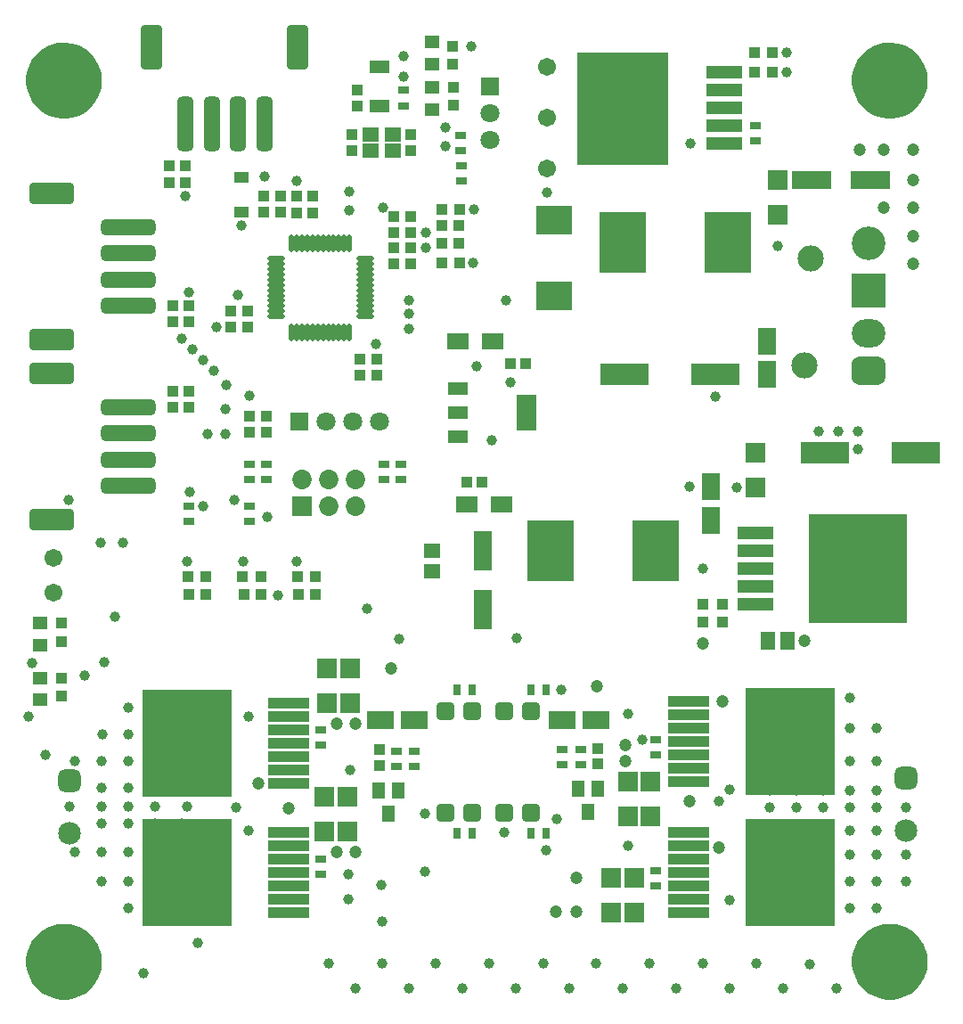
<source format=gts>
G04*
G04 #@! TF.GenerationSoftware,Altium Limited,Altium Designer,21.3.2 (30)*
G04*
G04 Layer_Color=8388736*
%FSTAX25Y25*%
%MOIN*%
G70*
G04*
G04 #@! TF.SameCoordinates,3AB95325-1BB8-4468-B31D-F8521517AB43*
G04*
G04*
G04 #@! TF.FilePolarity,Negative*
G04*
G01*
G75*
%ADD60R,0.15800X0.03950*%
%ADD61R,0.33438X0.40446*%
%ADD62R,0.18123X0.08280*%
%ADD63R,0.36627X0.40564*%
%ADD64R,0.13595X0.05131*%
%ADD65R,0.07099X0.14580*%
%ADD66R,0.17335X0.22847*%
%ADD67R,0.07296X0.13792*%
%ADD68R,0.07296X0.04540*%
%ADD69R,0.03950X0.03950*%
%ADD70R,0.07950X0.06150*%
%ADD71R,0.06312X0.05524*%
%ADD72R,0.04343X0.02965*%
G04:AMPARAMS|DCode=73|XSize=59.18mil|YSize=204.85mil|CornerRadius=16.8mil|HoleSize=0mil|Usage=FLASHONLY|Rotation=90.000|XOffset=0mil|YOffset=0mil|HoleType=Round|Shape=RoundedRectangle|*
%AMROUNDEDRECTD73*
21,1,0.05918,0.17126,0,0,90.0*
21,1,0.02559,0.20485,0,0,90.0*
1,1,0.03359,0.08563,0.01280*
1,1,0.03359,0.08563,-0.01280*
1,1,0.03359,-0.08563,-0.01280*
1,1,0.03359,-0.08563,0.01280*
%
%ADD73ROUNDEDRECTD73*%
G04:AMPARAMS|DCode=74|XSize=78.87mil|YSize=165.48mil|CornerRadius=12.86mil|HoleSize=0mil|Usage=FLASHONLY|Rotation=90.000|XOffset=0mil|YOffset=0mil|HoleType=Round|Shape=RoundedRectangle|*
%AMROUNDEDRECTD74*
21,1,0.07887,0.13976,0,0,90.0*
21,1,0.05315,0.16548,0,0,90.0*
1,1,0.02572,0.06988,0.02657*
1,1,0.02572,0.06988,-0.02657*
1,1,0.02572,-0.06988,-0.02657*
1,1,0.02572,-0.06988,0.02657*
%
%ADD74ROUNDEDRECTD74*%
%ADD75R,0.03950X0.03950*%
%ADD76R,0.07493X0.07493*%
%ADD77R,0.04737X0.06312*%
%ADD78R,0.02965X0.04343*%
G04:AMPARAMS|DCode=79|XSize=63.51mil|YSize=65.87mil|CornerRadius=10.94mil|HoleSize=0mil|Usage=FLASHONLY|Rotation=270.000|XOffset=0mil|YOffset=0mil|HoleType=Round|Shape=RoundedRectangle|*
%AMROUNDEDRECTD79*
21,1,0.06351,0.04400,0,0,270.0*
21,1,0.04163,0.06587,0,0,270.0*
1,1,0.02188,-0.02200,-0.02082*
1,1,0.02188,-0.02200,0.02082*
1,1,0.02188,0.02200,0.02082*
1,1,0.02188,0.02200,-0.02082*
%
%ADD79ROUNDEDRECTD79*%
%ADD80R,0.10052X0.06902*%
%ADD81R,0.03950X0.04147*%
%ADD82O,0.01981X0.06509*%
%ADD83O,0.06509X0.01981*%
%ADD84R,0.05300X0.04383*%
G04:AMPARAMS|DCode=85|XSize=78.87mil|YSize=165.48mil|CornerRadius=12.86mil|HoleSize=0mil|Usage=FLASHONLY|Rotation=0.000|XOffset=0mil|YOffset=0mil|HoleType=Round|Shape=RoundedRectangle|*
%AMROUNDEDRECTD85*
21,1,0.07887,0.13976,0,0,0.0*
21,1,0.05315,0.16548,0,0,0.0*
1,1,0.02572,0.02657,-0.06988*
1,1,0.02572,-0.02657,-0.06988*
1,1,0.02572,-0.02657,0.06988*
1,1,0.02572,0.02657,0.06988*
%
%ADD85ROUNDEDRECTD85*%
G04:AMPARAMS|DCode=86|XSize=59.18mil|YSize=204.85mil|CornerRadius=16.8mil|HoleSize=0mil|Usage=FLASHONLY|Rotation=0.000|XOffset=0mil|YOffset=0mil|HoleType=Round|Shape=RoundedRectangle|*
%AMROUNDEDRECTD86*
21,1,0.05918,0.17126,0,0,0.0*
21,1,0.02559,0.20485,0,0,0.0*
1,1,0.03359,0.01280,-0.08563*
1,1,0.03359,-0.01280,-0.08563*
1,1,0.03359,-0.01280,0.08563*
1,1,0.03359,0.01280,0.08563*
%
%ADD86ROUNDEDRECTD86*%
%ADD87R,0.04147X0.03950*%
%ADD88R,0.05524X0.05131*%
%ADD89R,0.07493X0.04737*%
G04:AMPARAMS|DCode=90|XSize=63.12mil|YSize=55.24mil|CornerRadius=7.54mil|HoleSize=0mil|Usage=FLASHONLY|Rotation=0.000|XOffset=0mil|YOffset=0mil|HoleType=Round|Shape=RoundedRectangle|*
%AMROUNDEDRECTD90*
21,1,0.06312,0.04016,0,0,0.0*
21,1,0.04803,0.05524,0,0,0.0*
1,1,0.01509,0.02402,-0.02008*
1,1,0.01509,-0.02402,-0.02008*
1,1,0.01509,-0.02402,0.02008*
1,1,0.01509,0.02402,0.02008*
%
%ADD90ROUNDEDRECTD90*%
%ADD91C,0.06706*%
%ADD92R,0.06902X0.10052*%
%ADD93R,0.13438X0.04934*%
%ADD94R,0.34107X0.42257*%
%ADD95R,0.05524X0.06706*%
%ADD96R,0.13202X0.10642*%
%ADD97R,0.14580X0.07099*%
G04:AMPARAMS|DCode=98|XSize=106.42mil|YSize=126.11mil|CornerRadius=28.61mil|HoleSize=0mil|Usage=FLASHONLY|Rotation=90.000|XOffset=0mil|YOffset=0mil|HoleType=Round|Shape=RoundedRectangle|*
%AMROUNDEDRECTD98*
21,1,0.10642,0.06890,0,0,90.0*
21,1,0.04921,0.12611,0,0,90.0*
1,1,0.05721,0.03445,0.02461*
1,1,0.05721,0.03445,-0.02461*
1,1,0.05721,-0.03445,-0.02461*
1,1,0.05721,-0.03445,0.02461*
%
%ADD98ROUNDEDRECTD98*%
%ADD99O,0.12611X0.10642*%
%ADD100C,0.07296*%
%ADD101R,0.07296X0.07296*%
G04:AMPARAMS|DCode=102|XSize=84.77mil|YSize=84.77mil|CornerRadius=23.19mil|HoleSize=0mil|Usage=FLASHONLY|Rotation=270.000|XOffset=0mil|YOffset=0mil|HoleType=Round|Shape=RoundedRectangle|*
%AMROUNDEDRECTD102*
21,1,0.08477,0.03839,0,0,270.0*
21,1,0.03839,0.08477,0,0,270.0*
1,1,0.04639,-0.01919,-0.01919*
1,1,0.04639,-0.01919,0.01919*
1,1,0.04639,0.01919,0.01919*
1,1,0.04639,0.01919,-0.01919*
%
%ADD102ROUNDEDRECTD102*%
%ADD103C,0.08477*%
%ADD104R,0.07099X0.07099*%
%ADD105C,0.07099*%
%ADD106R,0.07099X0.07099*%
%ADD107R,0.12611X0.12611*%
%ADD108C,0.12611*%
%ADD109C,0.09800*%
%ADD110C,0.16548*%
%ADD111C,0.03950*%
%ADD112C,0.04737*%
%ADD113C,0.03398*%
G36*
X0515173Y0434934D02*
X0515174Y0434009D01*
X0514932Y0432176D01*
X0514454Y0430389D01*
X0513746Y0428681D01*
X0512821Y0427079D01*
X0511696Y0425612D01*
X0510388Y0424305D01*
X0508921Y0423179D01*
X0507319Y0422254D01*
X0505611Y0421547D01*
X0503825Y0421068D01*
X0501991Y0420827D01*
X0501067D01*
X0500134Y0420827D01*
X0498283Y042107D01*
X049648Y0421553D01*
X0494756Y0422267D01*
X0493139Y04232D01*
X0491658Y0424336D01*
X0490338Y0425655D01*
X0489202Y0427136D01*
X0488269Y0428752D01*
X0487554Y0430476D01*
X0487071Y0432279D01*
X0486827Y0434129D01*
X0486827Y0435063D01*
X0486827Y043599D01*
X048707Y043783D01*
X0487551Y0439621D01*
X0488263Y0441334D01*
X0489193Y044294D01*
X0490325Y0444409D01*
X0491641Y0445718D01*
X0493116Y0446844D01*
X0494725Y0447766D01*
X0496442Y044847D01*
X0498236Y0448943D01*
X0500076Y0449177D01*
X0501004Y0449173D01*
X0501934Y0449168D01*
X0503778Y0448917D01*
X0505573Y0448428D01*
X050729Y044771D01*
X0508898Y0446774D01*
X0510371Y0445637D01*
X0511684Y0444318D01*
X0512813Y044284D01*
X0513741Y0441227D01*
X0514451Y0439507D01*
X0514931Y0437709D01*
X0515173Y0435864D01*
X0515173Y0434934D01*
D01*
D02*
G37*
G36*
X0824174D02*
X0824174Y0434009D01*
X0823932Y0432176D01*
X0823454Y0430389D01*
X0822746Y0428681D01*
X0821821Y0427079D01*
X0820696Y0425612D01*
X0819388Y0424305D01*
X0817921Y0423179D01*
X0816319Y0422254D01*
X0814611Y0421547D01*
X0812825Y0421068D01*
X0810991Y0420827D01*
X0810067D01*
X0809134Y0420827D01*
X0807283Y042107D01*
X080548Y0421553D01*
X0803756Y0422267D01*
X0802139Y04232D01*
X0800658Y0424336D01*
X0799338Y0425655D01*
X0798202Y0427136D01*
X0797268Y0428752D01*
X0796554Y0430476D01*
X0796071Y0432279D01*
X0795827Y0434129D01*
X0795827Y0435063D01*
X0795827Y043599D01*
X0796069Y043783D01*
X0796551Y0439621D01*
X0797263Y0441334D01*
X0798193Y044294D01*
X0799326Y0444409D01*
X080064Y0445718D01*
X0802116Y0446844D01*
X0803725Y0447766D01*
X0805442Y044847D01*
X0807236Y0448943D01*
X0809076Y0449177D01*
X0810004Y0449173D01*
X0810934Y0449168D01*
X0812778Y0448917D01*
X0814573Y0448428D01*
X081629Y044771D01*
X0817898Y0446774D01*
X0819371Y0445637D01*
X0820684Y0444318D01*
X0821813Y044284D01*
X0822741Y0441227D01*
X0823451Y0439507D01*
X0823931Y0437709D01*
X0824174Y0435864D01*
X0824174Y0434934D01*
D01*
D02*
G37*
G36*
X0515173Y0764534D02*
X0515174Y0763609D01*
X0514932Y0761776D01*
X0514454Y0759989D01*
X0513746Y0758281D01*
X0512821Y0756679D01*
X0511696Y0755212D01*
X0510388Y0753905D01*
X0508921Y0752779D01*
X0507319Y0751854D01*
X0505611Y0751147D01*
X0503825Y0750668D01*
X0501991Y0750427D01*
X0501067D01*
X0500134Y0750427D01*
X0498283Y075067D01*
X049648Y0751153D01*
X0494756Y0751867D01*
X0493139Y07528D01*
X0491658Y0753936D01*
X0490338Y0755255D01*
X0489202Y0756736D01*
X0488269Y0758352D01*
X0487554Y0760076D01*
X0487071Y0761879D01*
X0486827Y0763729D01*
X0486827Y0764663D01*
X0486827Y076559D01*
X048707Y076743D01*
X0487551Y0769221D01*
X0488263Y0770934D01*
X0489193Y077254D01*
X0490325Y0774009D01*
X0491641Y0775318D01*
X0493116Y0776444D01*
X0494725Y0777366D01*
X0496442Y077807D01*
X0498236Y0778543D01*
X0500076Y0778777D01*
X0501004Y0778773D01*
X0501934Y0778768D01*
X0503778Y0778517D01*
X0505573Y0778028D01*
X050729Y077731D01*
X0508898Y0776374D01*
X0510371Y0775237D01*
X0511684Y0773918D01*
X0512813Y077244D01*
X0513741Y0770827D01*
X0514451Y0769107D01*
X0514931Y0767309D01*
X0515173Y0765464D01*
X0515173Y0764534D01*
D01*
D02*
G37*
G36*
X0824174D02*
X0824174Y0763609D01*
X0823932Y0761776D01*
X0823454Y0759989D01*
X0822746Y0758281D01*
X0821821Y0756679D01*
X0820696Y0755212D01*
X0819388Y0753905D01*
X0817921Y0752779D01*
X0816319Y0751854D01*
X0814611Y0751147D01*
X0812825Y0750668D01*
X0810991Y0750427D01*
X0810067D01*
X0809134Y0750427D01*
X0807283Y075067D01*
X080548Y0751153D01*
X0803756Y0751867D01*
X0802139Y07528D01*
X0800658Y0753936D01*
X0799338Y0755255D01*
X0798202Y0756736D01*
X0797268Y0758352D01*
X0796554Y0760076D01*
X0796071Y0761879D01*
X0795827Y0763729D01*
X0795827Y0764663D01*
X0795827Y076559D01*
X0796069Y076743D01*
X0796551Y0769221D01*
X0797263Y0770934D01*
X0798193Y077254D01*
X0799326Y0774009D01*
X080064Y0775318D01*
X0802116Y0776444D01*
X0803725Y0777366D01*
X0805442Y077807D01*
X0807236Y0778543D01*
X0809076Y0778777D01*
X0810004Y0778773D01*
X0810934Y0778768D01*
X0812778Y0778517D01*
X0814573Y0778028D01*
X081629Y077731D01*
X0817898Y0776374D01*
X0819371Y0775237D01*
X0820684Y0773918D01*
X0821813Y077244D01*
X0822741Y0770827D01*
X0823451Y0769107D01*
X0823931Y0767309D01*
X0824174Y0765464D01*
X0824174Y0764534D01*
D01*
D02*
G37*
D60*
X0585002Y0468423D02*
D03*
Y0463423D02*
D03*
Y0458423D02*
D03*
Y0453423D02*
D03*
Y0473423D02*
D03*
Y0478423D02*
D03*
Y0483423D02*
D03*
X0734727Y0468423D02*
D03*
Y0473423D02*
D03*
Y0478423D02*
D03*
Y0483423D02*
D03*
Y0463423D02*
D03*
Y0458423D02*
D03*
Y0453423D02*
D03*
Y0517369D02*
D03*
Y0522368D02*
D03*
Y0527368D02*
D03*
Y0532369D02*
D03*
Y0512368D02*
D03*
Y0507369D02*
D03*
Y0502368D02*
D03*
X0585073Y0516632D02*
D03*
Y0511631D02*
D03*
Y0506632D02*
D03*
Y0501631D02*
D03*
Y0521631D02*
D03*
Y0526631D02*
D03*
Y0531632D02*
D03*
D61*
X054697Y0468423D02*
D03*
X0772758D02*
D03*
Y0517369D02*
D03*
X0547042Y0516632D02*
D03*
D62*
X0744826Y06546D02*
D03*
X0710574D02*
D03*
X0819851Y06255D02*
D03*
X0785599D02*
D03*
D63*
X0797886Y0581976D02*
D03*
D64*
X0759697Y056859D02*
D03*
Y0575283D02*
D03*
Y0581976D02*
D03*
Y0588669D02*
D03*
Y0595362D02*
D03*
D65*
X0657799Y0566622D02*
D03*
Y0588669D02*
D03*
D66*
X068313D02*
D03*
X07225D02*
D03*
X0749457Y0704D02*
D03*
X0710087D02*
D03*
D67*
X0674148Y064045D02*
D03*
D68*
X064836Y0631395D02*
D03*
Y064045D02*
D03*
Y0649505D02*
D03*
D69*
X0667929Y0658543D02*
D03*
X0673835D02*
D03*
X0588749Y0572256D02*
D03*
X0595048D02*
D03*
X0574565D02*
D03*
X0568266D02*
D03*
X055415D02*
D03*
X0547851D02*
D03*
X0588063Y0715053D02*
D03*
X0593968D02*
D03*
X0588063Y0721369D02*
D03*
X0593968D02*
D03*
X0540467Y0726483D02*
D03*
X0546372D02*
D03*
X0540467Y07328D02*
D03*
X0546372D02*
D03*
X0648787Y071024D02*
D03*
X0642488D02*
D03*
X0648787Y07036D02*
D03*
X0642488D02*
D03*
X0657502Y0614321D02*
D03*
X0651596D02*
D03*
D70*
X0661274Y0667D02*
D03*
X0648374D02*
D03*
X0651649Y0606183D02*
D03*
X0664549D02*
D03*
D71*
X0638773Y0588669D02*
D03*
Y0581189D02*
D03*
D72*
X0597106Y0467714D02*
D03*
Y0473423D02*
D03*
X0620634Y0621109D02*
D03*
Y06154D02*
D03*
X0576826Y0621109D02*
D03*
Y06154D02*
D03*
X057051D02*
D03*
Y0621109D02*
D03*
Y06054D02*
D03*
Y0599691D02*
D03*
X06271Y0621054D02*
D03*
Y0615346D02*
D03*
X0694209Y0508592D02*
D03*
Y05143D02*
D03*
X068751Y0508592D02*
D03*
Y05143D02*
D03*
X0631999Y0508115D02*
D03*
Y0513824D02*
D03*
X0625379Y0508115D02*
D03*
Y0513824D02*
D03*
X0597106Y0521631D02*
D03*
Y0515923D02*
D03*
X0547854Y06054D02*
D03*
Y0599691D02*
D03*
X06496Y0726946D02*
D03*
Y0732654D02*
D03*
X06494Y0744154D02*
D03*
Y0738446D02*
D03*
X0628009Y0755195D02*
D03*
Y0760903D02*
D03*
X075961Y0747705D02*
D03*
Y0741996D02*
D03*
X0722387Y0518077D02*
D03*
Y0512368D02*
D03*
Y0463423D02*
D03*
Y0469132D02*
D03*
D73*
X0525Y0612874D02*
D03*
Y0622717D02*
D03*
Y0632559D02*
D03*
Y0642402D02*
D03*
Y0680236D02*
D03*
Y0690079D02*
D03*
Y0699921D02*
D03*
Y0709764D02*
D03*
D74*
X0496457Y0600276D02*
D03*
Y0655D02*
D03*
Y0667638D02*
D03*
Y0722362D02*
D03*
D75*
X06179Y065438D02*
D03*
Y0660285D02*
D03*
X06117Y065438D02*
D03*
Y0660285D02*
D03*
X0700707Y0508886D02*
D03*
Y0514791D02*
D03*
X0618894Y0514344D02*
D03*
Y0508438D02*
D03*
X0547854Y0648307D02*
D03*
Y0642402D02*
D03*
X0541846Y0648307D02*
D03*
Y0642402D02*
D03*
X05698Y0678276D02*
D03*
Y067237D02*
D03*
X0563394Y0678276D02*
D03*
Y067237D02*
D03*
X0541846Y0674331D02*
D03*
Y0680236D02*
D03*
X0547854D02*
D03*
Y0674331D02*
D03*
X05758Y0715426D02*
D03*
Y0721332D02*
D03*
X0582039Y0715418D02*
D03*
Y0721324D02*
D03*
X0610677Y0755195D02*
D03*
Y07611D02*
D03*
X06087Y0744406D02*
D03*
Y07385D02*
D03*
X06308Y0744406D02*
D03*
Y07385D02*
D03*
X06306Y0707747D02*
D03*
Y0713653D02*
D03*
X06244D02*
D03*
Y0707747D02*
D03*
Y0701898D02*
D03*
Y0695992D02*
D03*
X06306D02*
D03*
Y0701898D02*
D03*
X057051Y0633095D02*
D03*
Y0639D02*
D03*
X0576826D02*
D03*
Y0633095D02*
D03*
D76*
X07205Y0489376D02*
D03*
Y0502368D02*
D03*
X0712Y0489376D02*
D03*
Y0502368D02*
D03*
X0714266Y0466415D02*
D03*
Y0453423D02*
D03*
X07056Y0466415D02*
D03*
Y0453423D02*
D03*
X05985Y0496557D02*
D03*
Y0483565D02*
D03*
X06071D02*
D03*
Y0496557D02*
D03*
X05995Y0531632D02*
D03*
Y0544624D02*
D03*
X06081D02*
D03*
Y0531632D02*
D03*
X0759699Y0625496D02*
D03*
Y0612504D02*
D03*
X07681Y0714303D02*
D03*
Y0727295D02*
D03*
D77*
X0700707Y0499771D02*
D03*
X0693227D02*
D03*
X0696967Y049111D02*
D03*
X0622402Y0490401D02*
D03*
X0618662Y0499062D02*
D03*
X0626143D02*
D03*
D78*
X0675621Y0482961D02*
D03*
X0681329D02*
D03*
X0647996Y0482905D02*
D03*
X0653704D02*
D03*
X0681329Y05366D02*
D03*
X0675621D02*
D03*
X0647946Y0536656D02*
D03*
X0653654D02*
D03*
D79*
X0675621Y049064D02*
D03*
X0665621D02*
D03*
Y0528829D02*
D03*
X0675621D02*
D03*
X0653704Y0490636D02*
D03*
X0643704D02*
D03*
Y0528825D02*
D03*
X0653704D02*
D03*
D80*
X0631999Y05254D02*
D03*
X0619401D02*
D03*
X068751Y0525529D02*
D03*
X0700108D02*
D03*
D81*
X0588355Y0578956D02*
D03*
X0595048D02*
D03*
X0567872D02*
D03*
X0574565D02*
D03*
X055415D02*
D03*
X0547458D02*
D03*
X0649181Y0716539D02*
D03*
X0642488D02*
D03*
Y06965D02*
D03*
X0649181D02*
D03*
X0759419Y0767784D02*
D03*
X0766112D02*
D03*
X0759419Y0775D02*
D03*
X0766112D02*
D03*
D82*
X0607748Y0703768D02*
D03*
X060578D02*
D03*
X0603811D02*
D03*
X0601842D02*
D03*
X0599874D02*
D03*
X0597905D02*
D03*
X0595937D02*
D03*
X0593968D02*
D03*
X0592D02*
D03*
X0590031D02*
D03*
X0588063D02*
D03*
X0586095D02*
D03*
Y06705D02*
D03*
X0588063D02*
D03*
X0590031D02*
D03*
X0592D02*
D03*
X0593968D02*
D03*
X0595937D02*
D03*
X0597905D02*
D03*
X0599874D02*
D03*
X0601842D02*
D03*
X0603811D02*
D03*
X060578D02*
D03*
X0607748D02*
D03*
D83*
X0580287Y0697961D02*
D03*
Y0695992D02*
D03*
Y0694024D02*
D03*
Y0692055D02*
D03*
Y0690087D02*
D03*
Y0688118D02*
D03*
Y068615D02*
D03*
Y0684181D02*
D03*
Y0682213D02*
D03*
Y0680244D02*
D03*
Y0678276D02*
D03*
Y0676307D02*
D03*
X0613555D02*
D03*
Y0678276D02*
D03*
Y0680244D02*
D03*
Y0682213D02*
D03*
Y0684181D02*
D03*
Y068615D02*
D03*
Y0688118D02*
D03*
Y0690087D02*
D03*
Y0692055D02*
D03*
Y0694024D02*
D03*
Y0695992D02*
D03*
Y0697961D02*
D03*
D84*
X0567296Y0715426D02*
D03*
Y0728339D02*
D03*
D85*
X0588498Y0776879D02*
D03*
X0533774D02*
D03*
D86*
X05759Y0748336D02*
D03*
X0566057D02*
D03*
X0556215D02*
D03*
X0546372D02*
D03*
D87*
X0646381Y0777426D02*
D03*
Y0770733D02*
D03*
X0499994Y0541153D02*
D03*
Y053446D02*
D03*
X0500094Y0561554D02*
D03*
Y0554861D02*
D03*
X06467Y0755307D02*
D03*
Y0762D02*
D03*
X0740037Y056859D02*
D03*
Y0561897D02*
D03*
X0747443Y056859D02*
D03*
Y0561897D02*
D03*
D88*
X0638634Y0770733D02*
D03*
Y0779001D02*
D03*
X0492094Y0532886D02*
D03*
Y0541153D02*
D03*
X0492194Y0553287D02*
D03*
Y0561554D02*
D03*
X0638634Y0762D02*
D03*
Y0753732D02*
D03*
D89*
X0619206Y0755195D02*
D03*
Y0769761D02*
D03*
D90*
X0615632Y0744406D02*
D03*
X06239D02*
D03*
Y07385D02*
D03*
X0615632D02*
D03*
D91*
X0497072Y0573055D02*
D03*
Y0586055D02*
D03*
X06817Y0731575D02*
D03*
Y0750575D02*
D03*
X06816Y0769576D02*
D03*
D92*
X074305Y0600201D02*
D03*
Y0612799D02*
D03*
X07639Y0667198D02*
D03*
Y06546D02*
D03*
D93*
X0748Y0741012D02*
D03*
Y0747705D02*
D03*
Y0754398D02*
D03*
Y0761091D02*
D03*
Y0767784D02*
D03*
D94*
X0710087Y0754098D02*
D03*
D95*
X0764457Y0555D02*
D03*
X0771543D02*
D03*
D96*
X06844Y0683941D02*
D03*
Y0712288D02*
D03*
D97*
X0780779Y0727295D02*
D03*
X0802826D02*
D03*
D98*
X0802Y065611D02*
D03*
D99*
Y066989D02*
D03*
D100*
X06102Y06154D02*
D03*
X06002D02*
D03*
X06102Y06054D02*
D03*
X06002D02*
D03*
X05902Y06154D02*
D03*
D101*
Y06054D02*
D03*
D102*
X0816Y0503842D02*
D03*
X0503Y0502843D02*
D03*
D103*
X0816Y0484158D02*
D03*
X0503Y0483157D02*
D03*
D104*
X0660474Y07624D02*
D03*
D105*
Y07524D02*
D03*
Y07424D02*
D03*
X0599Y0637D02*
D03*
X0609D02*
D03*
X0619D02*
D03*
D106*
X0589D02*
D03*
D107*
X0802Y0686D02*
D03*
D108*
Y0703717D02*
D03*
D109*
X07781Y065811D02*
D03*
X0780218Y0698071D02*
D03*
D110*
X081Y0435D02*
D03*
X0501D02*
D03*
X081Y07646D02*
D03*
X0501D02*
D03*
D111*
X05469Y04929D02*
D03*
X0535Y0486818D02*
D03*
Y0455D02*
D03*
Y0476D02*
D03*
X0545Y0465D02*
D03*
X06362Y04688D02*
D03*
X0545Y0486818D02*
D03*
Y0454911D02*
D03*
X06196Y04637D02*
D03*
X0545Y0476D02*
D03*
X06075Y04585D02*
D03*
X0535Y0465D02*
D03*
X0569891Y0484002D02*
D03*
X06263Y0555608D02*
D03*
X07446Y06465D02*
D03*
X0740037Y0581879D02*
D03*
X0670499Y05562D02*
D03*
X06665Y0682313D02*
D03*
X06612Y06302D02*
D03*
X066788Y06516D02*
D03*
X06555Y0657663D02*
D03*
X06145Y0567D02*
D03*
X0752699Y0612504D02*
D03*
X079Y0425D02*
D03*
X077D02*
D03*
X0750119D02*
D03*
X073D02*
D03*
X071D02*
D03*
X069D02*
D03*
X067D02*
D03*
X065D02*
D03*
X063D02*
D03*
X061D02*
D03*
X078Y0433968D02*
D03*
X076Y0434227D02*
D03*
X074D02*
D03*
X072D02*
D03*
X07D02*
D03*
X068048D02*
D03*
X066D02*
D03*
X064D02*
D03*
X062D02*
D03*
Y045D02*
D03*
X06Y0434227D02*
D03*
X0493932Y0512306D02*
D03*
X0516Y0547D02*
D03*
X052Y0563916D02*
D03*
X0530743Y0430817D02*
D03*
X05087Y05421D02*
D03*
X0515Y0476D02*
D03*
X0505D02*
D03*
X04876Y05266D02*
D03*
X055098Y0442168D02*
D03*
X0535Y0492994D02*
D03*
X0525Y0486818D02*
D03*
X056524Y0492763D02*
D03*
X0505Y051D02*
D03*
X0503Y0492994D02*
D03*
X0515D02*
D03*
X0525D02*
D03*
X0816Y04928D02*
D03*
X0805D02*
D03*
X0795D02*
D03*
X0785D02*
D03*
X0775D02*
D03*
X0765D02*
D03*
X0746Y0495D02*
D03*
X0795Y0533564D02*
D03*
X0805Y051D02*
D03*
Y0522329D02*
D03*
X0795D02*
D03*
Y051D02*
D03*
X0785Y0533564D02*
D03*
Y0522329D02*
D03*
Y051D02*
D03*
X0775D02*
D03*
Y0522329D02*
D03*
Y0533564D02*
D03*
X0765D02*
D03*
Y0522329D02*
D03*
Y051D02*
D03*
Y0499158D02*
D03*
X0775D02*
D03*
X0785D02*
D03*
X0795D02*
D03*
X0805D02*
D03*
Y0455D02*
D03*
X0795D02*
D03*
X0785D02*
D03*
X0775D02*
D03*
X0765D02*
D03*
X0816Y0465D02*
D03*
X0805D02*
D03*
X0795D02*
D03*
X0785D02*
D03*
X0775D02*
D03*
X0765D02*
D03*
X0816Y0475D02*
D03*
X0805D02*
D03*
X0795D02*
D03*
X0785D02*
D03*
X0775D02*
D03*
X0765D02*
D03*
Y0484158D02*
D03*
X0775D02*
D03*
X0785D02*
D03*
X0795D02*
D03*
X0805D02*
D03*
X075Y04582D02*
D03*
X07174Y05179D02*
D03*
X0525Y053D02*
D03*
X0535D02*
D03*
Y052D02*
D03*
X0525D02*
D03*
X05154D02*
D03*
X0515Y051D02*
D03*
X0535D02*
D03*
X0525D02*
D03*
X0515Y0500147D02*
D03*
X0525Y05D02*
D03*
X0535D02*
D03*
X0525Y0455D02*
D03*
Y0465D02*
D03*
X0515D02*
D03*
X0525Y0476D02*
D03*
X0515Y0486818D02*
D03*
X06364Y0701898D02*
D03*
X0643634Y0747D02*
D03*
Y0739983D02*
D03*
X05759Y0728839D02*
D03*
X0570156Y0526631D02*
D03*
X06075Y0467714D02*
D03*
X06081Y0506768D02*
D03*
X06853Y04884D02*
D03*
X06657Y04835D02*
D03*
X06813Y04767D02*
D03*
X0636Y04904D02*
D03*
X07119Y04784D02*
D03*
X0687Y0536662D02*
D03*
X07119Y05276D02*
D03*
X07501Y04994D02*
D03*
X0581Y0572D02*
D03*
X06077Y0723D02*
D03*
X06204Y07169D02*
D03*
X05581Y06725D02*
D03*
X06545Y07165D02*
D03*
X06539Y06965D02*
D03*
X04891Y05468D02*
D03*
X063Y06716D02*
D03*
Y0682213D02*
D03*
Y0677307D02*
D03*
X06077Y07161D02*
D03*
X05674Y07104D02*
D03*
X05662Y06844D02*
D03*
X05615Y064165D02*
D03*
Y06325D02*
D03*
X05618Y06508D02*
D03*
X0628009Y07736D02*
D03*
X06533Y07773D02*
D03*
X06818Y07227D02*
D03*
X0523Y05918D02*
D03*
X0514782D02*
D03*
X05027Y06076D02*
D03*
X07713Y0775005D02*
D03*
X05882Y05846D02*
D03*
X05682D02*
D03*
X05472D02*
D03*
X0548Y06107D02*
D03*
X0545Y0668D02*
D03*
X0549Y0664D02*
D03*
X0553Y066D02*
D03*
X0557Y0656D02*
D03*
X057051Y064679D02*
D03*
X0628009Y0766D02*
D03*
X05546Y06324D02*
D03*
X05647Y0607562D02*
D03*
X05771Y06013D02*
D03*
X05531Y06054D02*
D03*
X06178Y0666D02*
D03*
X0588Y07271D02*
D03*
X0547854Y06854D02*
D03*
X0546372Y07213D02*
D03*
X06364Y0707747D02*
D03*
X073488Y0612799D02*
D03*
X07713Y0767784D02*
D03*
X0768Y07026D02*
D03*
X07355Y0741D02*
D03*
X0790599Y06335D02*
D03*
X0783328D02*
D03*
X0797999Y06268D02*
D03*
Y06335D02*
D03*
D112*
X0700254Y0537991D02*
D03*
X06234Y05448D02*
D03*
X0778029Y0555D02*
D03*
X06928Y04536D02*
D03*
X0735Y0495D02*
D03*
X0746Y0477623D02*
D03*
X081876Y0695882D02*
D03*
Y0706418D02*
D03*
Y07169D02*
D03*
Y0727295D02*
D03*
Y07386D02*
D03*
X0740037Y0554D02*
D03*
X05852Y04923D02*
D03*
X0573732Y0501631D02*
D03*
X0685Y0453689D02*
D03*
X06928Y0466415D02*
D03*
X0603Y0524D02*
D03*
X061D02*
D03*
X0603Y0476D02*
D03*
X061D02*
D03*
X07109Y05162D02*
D03*
X0711016Y05101D02*
D03*
X07475Y05325D02*
D03*
X0807826Y07169D02*
D03*
X0798574Y07386D02*
D03*
X0807826D02*
D03*
D113*
X0814331Y0424567D02*
D03*
X0799567Y0430669D02*
D03*
X0805669Y0445433D02*
D03*
X0820433Y0439331D02*
D03*
X0799567D02*
D03*
X0814331Y0445433D02*
D03*
X0820433Y0430669D02*
D03*
X0805669Y0424567D02*
D03*
X0505331D02*
D03*
X0490567Y0430669D02*
D03*
X0496669Y0445433D02*
D03*
X0511433Y0439331D02*
D03*
X0490567D02*
D03*
X0505331Y0445433D02*
D03*
X0511433Y0430669D02*
D03*
X0496669Y0424567D02*
D03*
X0805669Y0754167D02*
D03*
X0820433Y0760269D02*
D03*
X0814331Y0775033D02*
D03*
X0799567Y0768931D02*
D03*
X0820433D02*
D03*
X0805669Y0775033D02*
D03*
X0799567Y0760269D02*
D03*
X0814331Y0754167D02*
D03*
X0505331D02*
D03*
X0490567Y0760269D02*
D03*
X0496669Y0775033D02*
D03*
X0511433Y0768931D02*
D03*
X0490567D02*
D03*
X0505331Y0775033D02*
D03*
X0511433Y0760269D02*
D03*
X0496669Y0754167D02*
D03*
M02*

</source>
